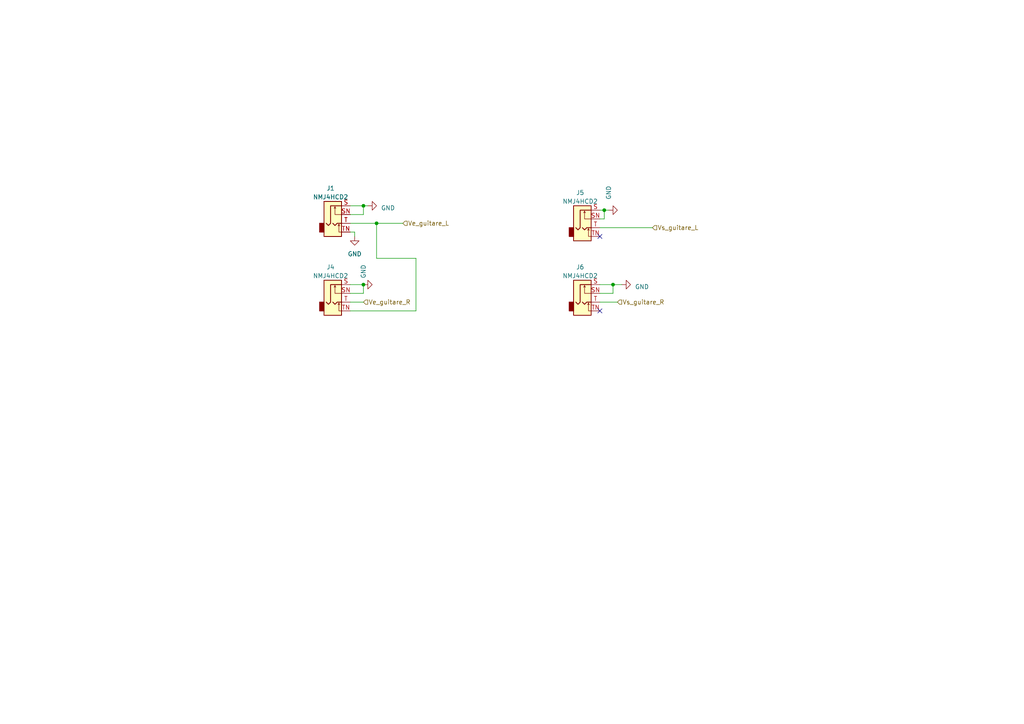
<source format=kicad_sch>
(kicad_sch (version 20230121) (generator eeschema)

  (uuid 0b443d73-ae7f-4a79-9c56-6c0b349e05c7)

  (paper "A4")

  (lib_symbols
    (symbol "Connector_Audio:NMJ4HCD2" (in_bom yes) (on_board yes)
      (property "Reference" "J" (at 0 11.43 0)
        (effects (font (size 1.27 1.27)))
      )
      (property "Value" "NMJ4HCD2" (at 0 8.89 0)
        (effects (font (size 1.27 1.27)))
      )
      (property "Footprint" "Connector_Audio:Jack_6.35mm_Neutrik_NMJ4HCD2_Horizontal" (at 0 5.08 0)
        (effects (font (size 1.27 1.27)) hide)
      )
      (property "Datasheet" "https://www.neutrik.com/en/product/nmj4hcd2" (at 0 5.08 0)
        (effects (font (size 1.27 1.27)) hide)
      )
      (property "ki_keywords" "audio jack receptacle mono headphones phone TS connector neutrik" (at 0 0 0)
        (effects (font (size 1.27 1.27)) hide)
      )
      (property "ki_description" "M Series, 6.35mm (1/4in) mono jack, switched, with chrome ferrule and straight PCB pins" (at 0 0 0)
        (effects (font (size 1.27 1.27)) hide)
      )
      (property "ki_fp_filters" "Jack*" (at 0 0 0)
        (effects (font (size 1.27 1.27)) hide)
      )
      (symbol "NMJ4HCD2_0_1"
        (rectangle (start -2.54 0) (end -3.81 -2.54)
          (stroke (width 0.254) (type default))
          (fill (type outline))
        )
        (rectangle (start 2.54 6.35) (end -2.54 -3.81)
          (stroke (width 0.254) (type default))
          (fill (type background))
        )
      )
      (symbol "NMJ4HCD2_1_1"
        (polyline
          (pts
            (xy 0.635 4.826)
            (xy 0.889 4.318)
          )
          (stroke (width 0) (type default))
          (fill (type none))
        )
        (polyline
          (pts
            (xy 1.778 -0.254)
            (xy 2.032 -0.762)
          )
          (stroke (width 0) (type default))
          (fill (type none))
        )
        (polyline
          (pts
            (xy 0 0)
            (xy 0.635 -0.635)
            (xy 1.27 0)
            (xy 2.54 0)
          )
          (stroke (width 0.254) (type default))
          (fill (type none))
        )
        (polyline
          (pts
            (xy 2.54 -2.54)
            (xy 1.778 -2.54)
            (xy 1.778 -0.254)
            (xy 1.524 -0.762)
          )
          (stroke (width 0) (type default))
          (fill (type none))
        )
        (polyline
          (pts
            (xy 2.54 2.54)
            (xy 0.635 2.54)
            (xy 0.635 4.826)
            (xy 0.381 4.318)
          )
          (stroke (width 0) (type default))
          (fill (type none))
        )
        (polyline
          (pts
            (xy 2.54 5.08)
            (xy -0.635 5.08)
            (xy -0.635 0)
            (xy -1.27 -0.635)
            (xy -1.905 0)
          )
          (stroke (width 0.254) (type default))
          (fill (type none))
        )
        (pin passive line (at 5.08 5.08 180) (length 2.54)
          (name "~" (effects (font (size 1.27 1.27))))
          (number "S" (effects (font (size 1.27 1.27))))
        )
        (pin passive line (at 5.08 2.54 180) (length 2.54)
          (name "~" (effects (font (size 1.27 1.27))))
          (number "SN" (effects (font (size 1.27 1.27))))
        )
        (pin passive line (at 5.08 0 180) (length 2.54)
          (name "~" (effects (font (size 1.27 1.27))))
          (number "T" (effects (font (size 1.27 1.27))))
        )
        (pin passive line (at 5.08 -2.54 180) (length 2.54)
          (name "~" (effects (font (size 1.27 1.27))))
          (number "TN" (effects (font (size 1.27 1.27))))
        )
      )
    )
    (symbol "power:GND" (power) (pin_names (offset 0)) (in_bom yes) (on_board yes)
      (property "Reference" "#PWR" (at 0 -6.35 0)
        (effects (font (size 1.27 1.27)) hide)
      )
      (property "Value" "GND" (at 0 -3.81 0)
        (effects (font (size 1.27 1.27)))
      )
      (property "Footprint" "" (at 0 0 0)
        (effects (font (size 1.27 1.27)) hide)
      )
      (property "Datasheet" "" (at 0 0 0)
        (effects (font (size 1.27 1.27)) hide)
      )
      (property "ki_keywords" "global power" (at 0 0 0)
        (effects (font (size 1.27 1.27)) hide)
      )
      (property "ki_description" "Power symbol creates a global label with name \"GND\" , ground" (at 0 0 0)
        (effects (font (size 1.27 1.27)) hide)
      )
      (symbol "GND_0_1"
        (polyline
          (pts
            (xy 0 0)
            (xy 0 -1.27)
            (xy 1.27 -1.27)
            (xy 0 -2.54)
            (xy -1.27 -1.27)
            (xy 0 -1.27)
          )
          (stroke (width 0) (type default))
          (fill (type none))
        )
      )
      (symbol "GND_1_1"
        (pin power_in line (at 0 0 270) (length 0) hide
          (name "GND" (effects (font (size 1.27 1.27))))
          (number "1" (effects (font (size 1.27 1.27))))
        )
      )
    )
  )

  (junction (at 105.41 82.55) (diameter 0) (color 0 0 0 0)
    (uuid 3f177bca-5372-4133-aecc-a860264fadc3)
  )
  (junction (at 105.41 59.69) (diameter 0) (color 0 0 0 0)
    (uuid 4dc1ce25-5c82-410d-9fe5-854cbd33822c)
  )
  (junction (at 175.26 60.96) (diameter 0) (color 0 0 0 0)
    (uuid 8e9909d7-e641-4755-941b-039c0570b6b5)
  )
  (junction (at 109.22 64.77) (diameter 0) (color 0 0 0 0)
    (uuid 9eed126e-0bd5-4044-9e75-e9ae665283f1)
  )
  (junction (at 177.8 82.55) (diameter 0) (color 0 0 0 0)
    (uuid af17f9f7-af62-4ab4-a8fc-8f829a6ef1f3)
  )

  (no_connect (at 173.99 68.58) (uuid 1c8c3bdb-73dc-4f1b-9e0d-3c485c62aac4))
  (no_connect (at 173.99 90.17) (uuid d7eadb71-308f-4175-8009-5d8f83002d5a))

  (wire (pts (xy 175.26 60.96) (xy 176.53 60.96))
    (stroke (width 0) (type default))
    (uuid 1694ba8c-4c2e-4c34-ac4b-b13005a75a2d)
  )
  (wire (pts (xy 102.87 67.31) (xy 102.87 68.58))
    (stroke (width 0) (type default))
    (uuid 17169810-9807-489c-abec-11b6d6e8a738)
  )
  (wire (pts (xy 101.6 59.69) (xy 105.41 59.69))
    (stroke (width 0) (type default))
    (uuid 31d22202-8e1a-419e-b0e9-7694ee99277d)
  )
  (wire (pts (xy 109.22 64.77) (xy 109.22 74.93))
    (stroke (width 0) (type default))
    (uuid 37175d3e-4809-4c34-a783-ae8e2e757e0e)
  )
  (wire (pts (xy 101.6 67.31) (xy 102.87 67.31))
    (stroke (width 0) (type default))
    (uuid 425abe48-6b1c-4db1-a5a4-5bb52b155578)
  )
  (wire (pts (xy 105.41 62.23) (xy 105.41 59.69))
    (stroke (width 0) (type default))
    (uuid 4c6799fc-8f67-423b-a6f7-cdd4b93b2990)
  )
  (wire (pts (xy 175.26 63.5) (xy 175.26 60.96))
    (stroke (width 0) (type default))
    (uuid 5696e013-9012-4415-9ec7-6305bb0d01a1)
  )
  (wire (pts (xy 101.6 82.55) (xy 105.41 82.55))
    (stroke (width 0) (type default))
    (uuid 5b335ee7-a6e2-46e6-9601-efa07e9ba841)
  )
  (wire (pts (xy 109.22 64.77) (xy 116.84 64.77))
    (stroke (width 0) (type default))
    (uuid 5df01305-0a2f-457e-b928-14058d4a5bfe)
  )
  (wire (pts (xy 101.6 62.23) (xy 105.41 62.23))
    (stroke (width 0) (type default))
    (uuid 5e24fafb-2e14-4b22-85d3-1331868ed8ba)
  )
  (wire (pts (xy 101.6 85.09) (xy 105.41 85.09))
    (stroke (width 0) (type default))
    (uuid 5f209ded-6d74-4649-a316-40fc8c1d686a)
  )
  (wire (pts (xy 101.6 87.63) (xy 105.41 87.63))
    (stroke (width 0) (type default))
    (uuid 643b05ab-961a-42d9-bff9-1f005347ea85)
  )
  (wire (pts (xy 177.8 82.55) (xy 180.34 82.55))
    (stroke (width 0) (type default))
    (uuid 76b0f357-70d8-4825-b592-18e916a58baf)
  )
  (wire (pts (xy 101.6 64.77) (xy 109.22 64.77))
    (stroke (width 0) (type default))
    (uuid 7d18bb9c-2baf-4fca-9203-9a9d5cd11cf4)
  )
  (wire (pts (xy 173.99 82.55) (xy 177.8 82.55))
    (stroke (width 0) (type default))
    (uuid 7ecbab4b-9462-4ae2-bd21-ae321dbec39d)
  )
  (wire (pts (xy 109.22 74.93) (xy 120.65 74.93))
    (stroke (width 0) (type default))
    (uuid 829094f6-f023-40ad-8292-ee4dda5e6c7d)
  )
  (wire (pts (xy 105.41 85.09) (xy 105.41 82.55))
    (stroke (width 0) (type default))
    (uuid 8f5bb348-6264-4f14-afe2-19f785a1a536)
  )
  (wire (pts (xy 173.99 66.04) (xy 189.23 66.04))
    (stroke (width 0) (type default))
    (uuid 966000b2-b116-4a6e-969f-71b9c8c5dd1f)
  )
  (wire (pts (xy 120.65 74.93) (xy 120.65 90.17))
    (stroke (width 0) (type default))
    (uuid 9dd55beb-6f8f-4ade-bf0d-b2fd4d774f5d)
  )
  (wire (pts (xy 105.41 59.69) (xy 106.68 59.69))
    (stroke (width 0) (type default))
    (uuid a1b891df-710c-4aeb-a56d-678984e4dbed)
  )
  (wire (pts (xy 120.65 90.17) (xy 101.6 90.17))
    (stroke (width 0) (type default))
    (uuid b5629559-b3c4-4160-8d46-d5b8cb248b1b)
  )
  (wire (pts (xy 173.99 60.96) (xy 175.26 60.96))
    (stroke (width 0) (type default))
    (uuid b5a70d8f-69d6-410c-93e5-66ce9cddb908)
  )
  (wire (pts (xy 173.99 85.09) (xy 177.8 85.09))
    (stroke (width 0) (type default))
    (uuid d5bdebb9-0af0-470d-a82f-cdf6a4b959be)
  )
  (wire (pts (xy 173.99 87.63) (xy 179.07 87.63))
    (stroke (width 0) (type default))
    (uuid e9a00938-0ec0-4a89-99be-0d732a7429d7)
  )
  (wire (pts (xy 173.99 63.5) (xy 175.26 63.5))
    (stroke (width 0) (type default))
    (uuid ece08cec-e86d-4987-8813-6ae0bb7a38e0)
  )
  (wire (pts (xy 177.8 85.09) (xy 177.8 82.55))
    (stroke (width 0) (type default))
    (uuid fb72d5cf-1437-4a1a-a7ea-cee9e275e39f)
  )

  (hierarchical_label "Vs_guitare_R" (shape input) (at 179.07 87.63 0) (fields_autoplaced)
    (effects (font (size 1.27 1.27)) (justify left))
    (uuid 225ac607-7a78-400e-a1b2-fb086aa16127)
    (property "Intersheetrefs" "${INTERSHEET_REFS}" (at 193.95 87.63 0)
      (effects (font (size 1.27 1.27)) (justify left) hide)
    )
  )
  (hierarchical_label "Vs_guitare_L" (shape input) (at 189.23 66.04 0) (fields_autoplaced)
    (effects (font (size 1.27 1.27)) (justify left))
    (uuid 25e31560-1200-4717-a99e-ab2412488340)
    (property "Intersheetrefs" "${INTERSHEET_REFS}" (at 203.8681 66.04 0)
      (effects (font (size 1.27 1.27)) (justify left) hide)
    )
  )
  (hierarchical_label "Ve_guitare_L" (shape input) (at 116.84 64.77 0) (fields_autoplaced)
    (effects (font (size 1.27 1.27)) (justify left))
    (uuid 371e78be-1a33-4dad-b2c4-811ddcf6d072)
    (property "Intersheetrefs" "${INTERSHEET_REFS}" (at 131.5386 64.77 0)
      (effects (font (size 1.27 1.27)) (justify left) hide)
    )
  )
  (hierarchical_label "Ve_guitare_R" (shape input) (at 105.41 87.63 0) (fields_autoplaced)
    (effects (font (size 1.27 1.27)) (justify left))
    (uuid a71a26d6-0d61-4a7d-873a-59aefea6c7b4)
    (property "Intersheetrefs" "${INTERSHEET_REFS}" (at 120.3505 87.63 0)
      (effects (font (size 1.27 1.27)) (justify left) hide)
    )
  )

  (symbol (lib_id "power:GND") (at 106.68 59.69 90) (unit 1)
    (in_bom yes) (on_board yes) (dnp no) (fields_autoplaced)
    (uuid 04d8dae0-2148-4488-8ad4-0aacb56ef378)
    (property "Reference" "#PWR019" (at 113.03 59.69 0)
      (effects (font (size 1.27 1.27)) hide)
    )
    (property "Value" "GND" (at 110.49 60.325 90)
      (effects (font (size 1.27 1.27)) (justify right))
    )
    (property "Footprint" "" (at 106.68 59.69 0)
      (effects (font (size 1.27 1.27)) hide)
    )
    (property "Datasheet" "" (at 106.68 59.69 0)
      (effects (font (size 1.27 1.27)) hide)
    )
    (pin "1" (uuid 50a469ae-391c-4fe2-9254-645756e69b20))
    (instances
      (project "EC"
        (path "/253d96fc-e3e7-475c-97d3-54a32a6a1970"
          (reference "#PWR019") (unit 1)
        )
        (path "/253d96fc-e3e7-475c-97d3-54a32a6a1970/5e9c3599-d329-4855-bade-f50d28c2bc5b"
          (reference "#PWR019") (unit 1)
        )
      )
    )
  )

  (symbol (lib_id "Connector_Audio:NMJ4HCD2") (at 168.91 87.63 0) (unit 1)
    (in_bom yes) (on_board yes) (dnp no) (fields_autoplaced)
    (uuid 31a93037-b4ef-4fa2-b6b9-bc1d34a0bcf4)
    (property "Reference" "J6" (at 168.275 77.47 0)
      (effects (font (size 1.27 1.27)))
    )
    (property "Value" "NMJ4HCD2" (at 168.275 80.01 0)
      (effects (font (size 1.27 1.27)))
    )
    (property "Footprint" "Connector_Audio:Jack_6.35mm_Neutrik_NMJ4HCD2_Horizontal" (at 168.91 82.55 0)
      (effects (font (size 1.27 1.27)) hide)
    )
    (property "Datasheet" "https://www.neutrik.com/en/product/nmj4hcd2" (at 168.91 82.55 0)
      (effects (font (size 1.27 1.27)) hide)
    )
    (pin "S" (uuid 96e6e01b-be32-44f7-9b4d-c79a23d01b4d))
    (pin "SN" (uuid 26a91f6b-1c6c-4cad-8a2c-b51c82fe88cb))
    (pin "T" (uuid 16901d7d-1a0c-4a6f-a29a-d5470957c8d0))
    (pin "TN" (uuid 1c31a4e2-74f2-4e0c-b2ba-ebfa70d05c6d))
    (instances
      (project "EC"
        (path "/253d96fc-e3e7-475c-97d3-54a32a6a1970"
          (reference "J6") (unit 1)
        )
        (path "/253d96fc-e3e7-475c-97d3-54a32a6a1970/5e9c3599-d329-4855-bade-f50d28c2bc5b"
          (reference "J6") (unit 1)
        )
      )
    )
  )

  (symbol (lib_id "power:GND") (at 105.41 82.55 90) (unit 1)
    (in_bom yes) (on_board yes) (dnp no)
    (uuid 5e60ff90-9f10-41ab-a03f-7ffc4b43880c)
    (property "Reference" "#PWR04" (at 111.76 82.55 0)
      (effects (font (size 1.27 1.27)) hide)
    )
    (property "Value" "GND" (at 105.41 78.74 0)
      (effects (font (size 1.27 1.27)))
    )
    (property "Footprint" "" (at 105.41 82.55 0)
      (effects (font (size 1.27 1.27)) hide)
    )
    (property "Datasheet" "" (at 105.41 82.55 0)
      (effects (font (size 1.27 1.27)) hide)
    )
    (pin "1" (uuid af9a763f-473f-4fa4-90c6-54dee10f8215))
    (instances
      (project "EC"
        (path "/253d96fc-e3e7-475c-97d3-54a32a6a1970"
          (reference "#PWR04") (unit 1)
        )
        (path "/253d96fc-e3e7-475c-97d3-54a32a6a1970/5e9c3599-d329-4855-bade-f50d28c2bc5b"
          (reference "#PWR04") (unit 1)
        )
      )
    )
  )

  (symbol (lib_id "Connector_Audio:NMJ4HCD2") (at 96.52 87.63 0) (unit 1)
    (in_bom yes) (on_board yes) (dnp no) (fields_autoplaced)
    (uuid 6b024eb9-8093-4043-bf64-77193dd7725e)
    (property "Reference" "J4" (at 95.885 77.47 0)
      (effects (font (size 1.27 1.27)))
    )
    (property "Value" "NMJ4HCD2" (at 95.885 80.01 0)
      (effects (font (size 1.27 1.27)))
    )
    (property "Footprint" "Connector_Audio:Jack_6.35mm_Neutrik_NMJ4HCD2_Horizontal" (at 96.52 82.55 0)
      (effects (font (size 1.27 1.27)) hide)
    )
    (property "Datasheet" "https://www.neutrik.com/en/product/nmj4hcd2" (at 96.52 82.55 0)
      (effects (font (size 1.27 1.27)) hide)
    )
    (pin "S" (uuid 63fb4ac2-6c40-41c8-af3a-ea2c89815aed))
    (pin "SN" (uuid cf9a5881-e8c0-4843-97ef-fc33726729e0))
    (pin "T" (uuid c4c3338f-799d-4433-abd3-f04dd7a33344))
    (pin "TN" (uuid 917633d5-401c-4e05-9f53-3216d7747e91))
    (instances
      (project "EC"
        (path "/253d96fc-e3e7-475c-97d3-54a32a6a1970"
          (reference "J4") (unit 1)
        )
        (path "/253d96fc-e3e7-475c-97d3-54a32a6a1970/5e9c3599-d329-4855-bade-f50d28c2bc5b"
          (reference "J4") (unit 1)
        )
      )
    )
  )

  (symbol (lib_id "power:GND") (at 180.34 82.55 90) (unit 1)
    (in_bom yes) (on_board yes) (dnp no) (fields_autoplaced)
    (uuid 805e894b-f08b-40a3-ad52-2fcb56757dff)
    (property "Reference" "#PWR044" (at 186.69 82.55 0)
      (effects (font (size 1.27 1.27)) hide)
    )
    (property "Value" "GND" (at 184.15 83.185 90)
      (effects (font (size 1.27 1.27)) (justify right))
    )
    (property "Footprint" "" (at 180.34 82.55 0)
      (effects (font (size 1.27 1.27)) hide)
    )
    (property "Datasheet" "" (at 180.34 82.55 0)
      (effects (font (size 1.27 1.27)) hide)
    )
    (pin "1" (uuid ec69e190-b85d-4263-8b40-1e2c5a7289a9))
    (instances
      (project "EC"
        (path "/253d96fc-e3e7-475c-97d3-54a32a6a1970"
          (reference "#PWR044") (unit 1)
        )
        (path "/253d96fc-e3e7-475c-97d3-54a32a6a1970/5e9c3599-d329-4855-bade-f50d28c2bc5b"
          (reference "#PWR030") (unit 1)
        )
      )
    )
  )

  (symbol (lib_id "Connector_Audio:NMJ4HCD2") (at 168.91 66.04 0) (unit 1)
    (in_bom yes) (on_board yes) (dnp no) (fields_autoplaced)
    (uuid 890acebb-802b-4337-818d-c017b4688aa3)
    (property "Reference" "J5" (at 168.275 55.88 0)
      (effects (font (size 1.27 1.27)))
    )
    (property "Value" "NMJ4HCD2" (at 168.275 58.42 0)
      (effects (font (size 1.27 1.27)))
    )
    (property "Footprint" "Connector_Audio:Jack_6.35mm_Neutrik_NMJ4HCD2_Horizontal" (at 168.91 60.96 0)
      (effects (font (size 1.27 1.27)) hide)
    )
    (property "Datasheet" "https://www.neutrik.com/en/product/nmj4hcd2" (at 168.91 60.96 0)
      (effects (font (size 1.27 1.27)) hide)
    )
    (pin "S" (uuid 61a08897-d878-41ba-9dfa-e248094c5c98))
    (pin "SN" (uuid dae44930-726b-40b1-b8a7-90eb5164cac6))
    (pin "T" (uuid 03ce69e5-cf24-43db-a991-8d0da1144c71))
    (pin "TN" (uuid 99d5d4e4-0224-44be-ba5b-dac5137d2964))
    (instances
      (project "EC"
        (path "/253d96fc-e3e7-475c-97d3-54a32a6a1970"
          (reference "J5") (unit 1)
        )
        (path "/253d96fc-e3e7-475c-97d3-54a32a6a1970/5e9c3599-d329-4855-bade-f50d28c2bc5b"
          (reference "J5") (unit 1)
        )
      )
    )
  )

  (symbol (lib_id "power:GND") (at 176.53 60.96 90) (unit 1)
    (in_bom yes) (on_board yes) (dnp no)
    (uuid a4dfa498-774f-495b-b55c-27c324473db9)
    (property "Reference" "#PWR043" (at 182.88 60.96 0)
      (effects (font (size 1.27 1.27)) hide)
    )
    (property "Value" "GND" (at 176.53 55.88 0)
      (effects (font (size 1.27 1.27)))
    )
    (property "Footprint" "" (at 176.53 60.96 0)
      (effects (font (size 1.27 1.27)) hide)
    )
    (property "Datasheet" "" (at 176.53 60.96 0)
      (effects (font (size 1.27 1.27)) hide)
    )
    (pin "1" (uuid e644137b-6a6a-48d9-93aa-d969408a1e64))
    (instances
      (project "EC"
        (path "/253d96fc-e3e7-475c-97d3-54a32a6a1970"
          (reference "#PWR043") (unit 1)
        )
        (path "/253d96fc-e3e7-475c-97d3-54a32a6a1970/5e9c3599-d329-4855-bade-f50d28c2bc5b"
          (reference "#PWR029") (unit 1)
        )
      )
    )
  )

  (symbol (lib_id "power:GND") (at 102.87 68.58 0) (unit 1)
    (in_bom yes) (on_board yes) (dnp no) (fields_autoplaced)
    (uuid c8c56471-15c3-4e4b-a27e-46948a9a3801)
    (property "Reference" "#PWR01" (at 102.87 74.93 0)
      (effects (font (size 1.27 1.27)) hide)
    )
    (property "Value" "GND" (at 102.87 73.66 0)
      (effects (font (size 1.27 1.27)))
    )
    (property "Footprint" "" (at 102.87 68.58 0)
      (effects (font (size 1.27 1.27)) hide)
    )
    (property "Datasheet" "" (at 102.87 68.58 0)
      (effects (font (size 1.27 1.27)) hide)
    )
    (pin "1" (uuid 9e4dbabc-be69-41bf-ae92-f0a6d5db59cf))
    (instances
      (project "EC"
        (path "/253d96fc-e3e7-475c-97d3-54a32a6a1970"
          (reference "#PWR01") (unit 1)
        )
        (path "/253d96fc-e3e7-475c-97d3-54a32a6a1970/5e9c3599-d329-4855-bade-f50d28c2bc5b"
          (reference "#PWR01") (unit 1)
        )
      )
    )
  )

  (symbol (lib_id "Connector_Audio:NMJ4HCD2") (at 96.52 64.77 0) (unit 1)
    (in_bom yes) (on_board yes) (dnp no) (fields_autoplaced)
    (uuid d00c814a-ba77-456c-bf50-5ba67679fcc7)
    (property "Reference" "J1" (at 95.885 54.61 0)
      (effects (font (size 1.27 1.27)))
    )
    (property "Value" "NMJ4HCD2" (at 95.885 57.15 0)
      (effects (font (size 1.27 1.27)))
    )
    (property "Footprint" "Connector_Audio:Jack_6.35mm_Neutrik_NMJ4HCD2_Horizontal" (at 96.52 59.69 0)
      (effects (font (size 1.27 1.27)) hide)
    )
    (property "Datasheet" "https://www.neutrik.com/en/product/nmj4hcd2" (at 96.52 59.69 0)
      (effects (font (size 1.27 1.27)) hide)
    )
    (pin "S" (uuid 4be6251a-79c9-49e7-94cf-51fc3e155ad9))
    (pin "SN" (uuid 1477930d-7402-4d99-a9d8-a01a4b49c309))
    (pin "T" (uuid 47570666-cff5-499a-abc6-a23e2f508127))
    (pin "TN" (uuid b914bf07-a5b6-4966-b21a-3018528eeea3))
    (instances
      (project "EC"
        (path "/253d96fc-e3e7-475c-97d3-54a32a6a1970"
          (reference "J1") (unit 1)
        )
        (path "/253d96fc-e3e7-475c-97d3-54a32a6a1970/5e9c3599-d329-4855-bade-f50d28c2bc5b"
          (reference "J1") (unit 1)
        )
      )
    )
  )
)

</source>
